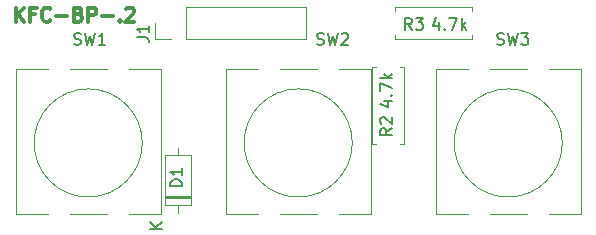
<source format=gbr>
G04 #@! TF.GenerationSoftware,KiCad,Pcbnew,(5.0.1)-4*
G04 #@! TF.CreationDate,2019-03-25T10:39:43-07:00*
G04 #@! TF.ProjectId,SysButtons,537973427574746F6E732E6B69636164,rev?*
G04 #@! TF.SameCoordinates,Original*
G04 #@! TF.FileFunction,Legend,Top*
G04 #@! TF.FilePolarity,Positive*
%FSLAX46Y46*%
G04 Gerber Fmt 4.6, Leading zero omitted, Abs format (unit mm)*
G04 Created by KiCad (PCBNEW (5.0.1)-4) date 3/25/2019 10:39:43 AM*
%MOMM*%
%LPD*%
G01*
G04 APERTURE LIST*
%ADD10C,0.300000*%
%ADD11C,0.120000*%
%ADD12C,0.150000*%
G04 APERTURE END LIST*
D10*
X121520571Y-47532857D02*
X121520571Y-46332857D01*
X122206285Y-47532857D02*
X121692000Y-46847142D01*
X122206285Y-46332857D02*
X121520571Y-47018571D01*
X123120571Y-46904285D02*
X122720571Y-46904285D01*
X122720571Y-47532857D02*
X122720571Y-46332857D01*
X123292000Y-46332857D01*
X124434857Y-47418571D02*
X124377714Y-47475714D01*
X124206285Y-47532857D01*
X124092000Y-47532857D01*
X123920571Y-47475714D01*
X123806285Y-47361428D01*
X123749142Y-47247142D01*
X123692000Y-47018571D01*
X123692000Y-46847142D01*
X123749142Y-46618571D01*
X123806285Y-46504285D01*
X123920571Y-46390000D01*
X124092000Y-46332857D01*
X124206285Y-46332857D01*
X124377714Y-46390000D01*
X124434857Y-46447142D01*
X124949142Y-47075714D02*
X125863428Y-47075714D01*
X126834857Y-46904285D02*
X127006285Y-46961428D01*
X127063428Y-47018571D01*
X127120571Y-47132857D01*
X127120571Y-47304285D01*
X127063428Y-47418571D01*
X127006285Y-47475714D01*
X126892000Y-47532857D01*
X126434857Y-47532857D01*
X126434857Y-46332857D01*
X126834857Y-46332857D01*
X126949142Y-46390000D01*
X127006285Y-46447142D01*
X127063428Y-46561428D01*
X127063428Y-46675714D01*
X127006285Y-46790000D01*
X126949142Y-46847142D01*
X126834857Y-46904285D01*
X126434857Y-46904285D01*
X127634857Y-47532857D02*
X127634857Y-46332857D01*
X128092000Y-46332857D01*
X128206285Y-46390000D01*
X128263428Y-46447142D01*
X128320571Y-46561428D01*
X128320571Y-46732857D01*
X128263428Y-46847142D01*
X128206285Y-46904285D01*
X128092000Y-46961428D01*
X127634857Y-46961428D01*
X128834857Y-47075714D02*
X129749142Y-47075714D01*
X130320571Y-47418571D02*
X130377714Y-47475714D01*
X130320571Y-47532857D01*
X130263428Y-47475714D01*
X130320571Y-47418571D01*
X130320571Y-47532857D01*
X130834857Y-46447142D02*
X130892000Y-46390000D01*
X131006285Y-46332857D01*
X131292000Y-46332857D01*
X131406285Y-46390000D01*
X131463428Y-46447142D01*
X131520571Y-46561428D01*
X131520571Y-46675714D01*
X131463428Y-46847142D01*
X130777714Y-47532857D01*
X131520571Y-47532857D01*
D11*
G04 #@! TO.C,D1*
X134135000Y-63080000D02*
X136375000Y-63080000D01*
X136375000Y-63080000D02*
X136375000Y-58840000D01*
X136375000Y-58840000D02*
X134135000Y-58840000D01*
X134135000Y-58840000D02*
X134135000Y-63080000D01*
X135255000Y-63730000D02*
X135255000Y-63080000D01*
X135255000Y-58190000D02*
X135255000Y-58840000D01*
X134135000Y-62360000D02*
X136375000Y-62360000D01*
X134135000Y-62240000D02*
X136375000Y-62240000D01*
X134135000Y-62480000D02*
X136375000Y-62480000D01*
G04 #@! TO.C,J1*
X146110000Y-48955000D02*
X146110000Y-46295000D01*
X135890000Y-48955000D02*
X146110000Y-48955000D01*
X135890000Y-46295000D02*
X146110000Y-46295000D01*
X135890000Y-48955000D02*
X135890000Y-46295000D01*
X134620000Y-48955000D02*
X133290000Y-48955000D01*
X133290000Y-48955000D02*
X133290000Y-47625000D01*
G04 #@! TO.C,R2*
X154405000Y-51340000D02*
X154075000Y-51340000D01*
X154405000Y-57880000D02*
X154405000Y-51340000D01*
X154075000Y-57880000D02*
X154405000Y-57880000D01*
X151665000Y-51340000D02*
X151995000Y-51340000D01*
X151665000Y-57880000D02*
X151665000Y-51340000D01*
X151995000Y-57880000D02*
X151665000Y-57880000D01*
G04 #@! TO.C,R3*
X153575000Y-46585000D02*
X153575000Y-46255000D01*
X153575000Y-46255000D02*
X160115000Y-46255000D01*
X160115000Y-46255000D02*
X160115000Y-46585000D01*
X153575000Y-48665000D02*
X153575000Y-48995000D01*
X153575000Y-48995000D02*
X160115000Y-48995000D01*
X160115000Y-48995000D02*
X160115000Y-48665000D01*
G04 #@! TO.C,SW1*
X133825000Y-51535000D02*
X133825000Y-63835000D01*
X129245000Y-63835000D02*
X126105000Y-63835000D01*
X121525000Y-63835000D02*
X121525000Y-51535000D01*
X131105000Y-51535000D02*
X133825000Y-51535000D01*
X132214050Y-57785000D02*
G75*
G03X132214050Y-57785000I-4579050J0D01*
G01*
X121525000Y-51535000D02*
X124245000Y-51535000D01*
X126105000Y-51535000D02*
X129245000Y-51535000D01*
X124245000Y-63835000D02*
X121525000Y-63835000D01*
X133825000Y-63835000D02*
X131105000Y-63835000D01*
G04 #@! TO.C,SW2*
X151605000Y-63835000D02*
X148885000Y-63835000D01*
X142025000Y-63835000D02*
X139305000Y-63835000D01*
X143885000Y-51535000D02*
X147025000Y-51535000D01*
X139305000Y-51535000D02*
X142025000Y-51535000D01*
X149994050Y-57785000D02*
G75*
G03X149994050Y-57785000I-4579050J0D01*
G01*
X148885000Y-51535000D02*
X151605000Y-51535000D01*
X139305000Y-63835000D02*
X139305000Y-51535000D01*
X147025000Y-63835000D02*
X143885000Y-63835000D01*
X151605000Y-51535000D02*
X151605000Y-63835000D01*
G04 #@! TO.C,SW3*
X169385000Y-51535000D02*
X169385000Y-63835000D01*
X164805000Y-63835000D02*
X161665000Y-63835000D01*
X157085000Y-63835000D02*
X157085000Y-51535000D01*
X166665000Y-51535000D02*
X169385000Y-51535000D01*
X167774050Y-57785000D02*
G75*
G03X167774050Y-57785000I-4579050J0D01*
G01*
X157085000Y-51535000D02*
X159805000Y-51535000D01*
X161665000Y-51535000D02*
X164805000Y-51535000D01*
X159805000Y-63835000D02*
X157085000Y-63835000D01*
X169385000Y-63835000D02*
X166665000Y-63835000D01*
G04 #@! TO.C,D1*
D12*
X135580380Y-61444095D02*
X134580380Y-61444095D01*
X134580380Y-61206000D01*
X134628000Y-61063142D01*
X134723238Y-60967904D01*
X134818476Y-60920285D01*
X135008952Y-60872666D01*
X135151809Y-60872666D01*
X135342285Y-60920285D01*
X135437523Y-60967904D01*
X135532761Y-61063142D01*
X135580380Y-61206000D01*
X135580380Y-61444095D01*
X135580380Y-59920285D02*
X135580380Y-60491714D01*
X135580380Y-60206000D02*
X134580380Y-60206000D01*
X134723238Y-60301238D01*
X134818476Y-60396476D01*
X134866095Y-60491714D01*
X133907380Y-65031904D02*
X132907380Y-65031904D01*
X133907380Y-64460476D02*
X133335952Y-64889047D01*
X132907380Y-64460476D02*
X133478809Y-65031904D01*
G04 #@! TO.C,J1*
X131742380Y-48847333D02*
X132456666Y-48847333D01*
X132599523Y-48894952D01*
X132694761Y-48990190D01*
X132742380Y-49133047D01*
X132742380Y-49228285D01*
X132742380Y-47847333D02*
X132742380Y-48418761D01*
X132742380Y-48133047D02*
X131742380Y-48133047D01*
X131885238Y-48228285D01*
X131980476Y-48323523D01*
X132028095Y-48418761D01*
G04 #@! TO.C,R2*
X153360380Y-56554666D02*
X152884190Y-56888000D01*
X153360380Y-57126095D02*
X152360380Y-57126095D01*
X152360380Y-56745142D01*
X152408000Y-56649904D01*
X152455619Y-56602285D01*
X152550857Y-56554666D01*
X152693714Y-56554666D01*
X152788952Y-56602285D01*
X152836571Y-56649904D01*
X152884190Y-56745142D01*
X152884190Y-57126095D01*
X152455619Y-56173714D02*
X152408000Y-56126095D01*
X152360380Y-56030857D01*
X152360380Y-55792761D01*
X152408000Y-55697523D01*
X152455619Y-55649904D01*
X152550857Y-55602285D01*
X152646095Y-55602285D01*
X152788952Y-55649904D01*
X153360380Y-56221333D01*
X153360380Y-55602285D01*
X152693714Y-54268571D02*
X153360380Y-54268571D01*
X152312761Y-54506666D02*
X153027047Y-54744761D01*
X153027047Y-54125714D01*
X153265142Y-53744761D02*
X153312761Y-53697142D01*
X153360380Y-53744761D01*
X153312761Y-53792380D01*
X153265142Y-53744761D01*
X153360380Y-53744761D01*
X152360380Y-53363809D02*
X152360380Y-52697142D01*
X153360380Y-53125714D01*
X153360380Y-52316190D02*
X152360380Y-52316190D01*
X152979428Y-52220952D02*
X153360380Y-51935238D01*
X152693714Y-51935238D02*
X153074666Y-52316190D01*
G04 #@! TO.C,R3*
X155027333Y-48204380D02*
X154694000Y-47728190D01*
X154455904Y-48204380D02*
X154455904Y-47204380D01*
X154836857Y-47204380D01*
X154932095Y-47252000D01*
X154979714Y-47299619D01*
X155027333Y-47394857D01*
X155027333Y-47537714D01*
X154979714Y-47632952D01*
X154932095Y-47680571D01*
X154836857Y-47728190D01*
X154455904Y-47728190D01*
X155360666Y-47204380D02*
X155979714Y-47204380D01*
X155646380Y-47585333D01*
X155789238Y-47585333D01*
X155884476Y-47632952D01*
X155932095Y-47680571D01*
X155979714Y-47775809D01*
X155979714Y-48013904D01*
X155932095Y-48109142D01*
X155884476Y-48156761D01*
X155789238Y-48204380D01*
X155503523Y-48204380D01*
X155408285Y-48156761D01*
X155360666Y-48109142D01*
X157313428Y-47537714D02*
X157313428Y-48204380D01*
X157075333Y-47156761D02*
X156837238Y-47871047D01*
X157456285Y-47871047D01*
X157837238Y-48109142D02*
X157884857Y-48156761D01*
X157837238Y-48204380D01*
X157789619Y-48156761D01*
X157837238Y-48109142D01*
X157837238Y-48204380D01*
X158218190Y-47204380D02*
X158884857Y-47204380D01*
X158456285Y-48204380D01*
X159265809Y-48204380D02*
X159265809Y-47204380D01*
X159361047Y-47823428D02*
X159646761Y-48204380D01*
X159646761Y-47537714D02*
X159265809Y-47918666D01*
G04 #@! TO.C,SW1*
X126428666Y-49426761D02*
X126571523Y-49474380D01*
X126809619Y-49474380D01*
X126904857Y-49426761D01*
X126952476Y-49379142D01*
X127000095Y-49283904D01*
X127000095Y-49188666D01*
X126952476Y-49093428D01*
X126904857Y-49045809D01*
X126809619Y-48998190D01*
X126619142Y-48950571D01*
X126523904Y-48902952D01*
X126476285Y-48855333D01*
X126428666Y-48760095D01*
X126428666Y-48664857D01*
X126476285Y-48569619D01*
X126523904Y-48522000D01*
X126619142Y-48474380D01*
X126857238Y-48474380D01*
X127000095Y-48522000D01*
X127333428Y-48474380D02*
X127571523Y-49474380D01*
X127762000Y-48760095D01*
X127952476Y-49474380D01*
X128190571Y-48474380D01*
X129095333Y-49474380D02*
X128523904Y-49474380D01*
X128809619Y-49474380D02*
X128809619Y-48474380D01*
X128714380Y-48617238D01*
X128619142Y-48712476D01*
X128523904Y-48760095D01*
G04 #@! TO.C,SW2*
X147002666Y-49426761D02*
X147145523Y-49474380D01*
X147383619Y-49474380D01*
X147478857Y-49426761D01*
X147526476Y-49379142D01*
X147574095Y-49283904D01*
X147574095Y-49188666D01*
X147526476Y-49093428D01*
X147478857Y-49045809D01*
X147383619Y-48998190D01*
X147193142Y-48950571D01*
X147097904Y-48902952D01*
X147050285Y-48855333D01*
X147002666Y-48760095D01*
X147002666Y-48664857D01*
X147050285Y-48569619D01*
X147097904Y-48522000D01*
X147193142Y-48474380D01*
X147431238Y-48474380D01*
X147574095Y-48522000D01*
X147907428Y-48474380D02*
X148145523Y-49474380D01*
X148336000Y-48760095D01*
X148526476Y-49474380D01*
X148764571Y-48474380D01*
X149097904Y-48569619D02*
X149145523Y-48522000D01*
X149240761Y-48474380D01*
X149478857Y-48474380D01*
X149574095Y-48522000D01*
X149621714Y-48569619D01*
X149669333Y-48664857D01*
X149669333Y-48760095D01*
X149621714Y-48902952D01*
X149050285Y-49474380D01*
X149669333Y-49474380D01*
G04 #@! TO.C,SW3*
X162242666Y-49426761D02*
X162385523Y-49474380D01*
X162623619Y-49474380D01*
X162718857Y-49426761D01*
X162766476Y-49379142D01*
X162814095Y-49283904D01*
X162814095Y-49188666D01*
X162766476Y-49093428D01*
X162718857Y-49045809D01*
X162623619Y-48998190D01*
X162433142Y-48950571D01*
X162337904Y-48902952D01*
X162290285Y-48855333D01*
X162242666Y-48760095D01*
X162242666Y-48664857D01*
X162290285Y-48569619D01*
X162337904Y-48522000D01*
X162433142Y-48474380D01*
X162671238Y-48474380D01*
X162814095Y-48522000D01*
X163147428Y-48474380D02*
X163385523Y-49474380D01*
X163576000Y-48760095D01*
X163766476Y-49474380D01*
X164004571Y-48474380D01*
X164290285Y-48474380D02*
X164909333Y-48474380D01*
X164576000Y-48855333D01*
X164718857Y-48855333D01*
X164814095Y-48902952D01*
X164861714Y-48950571D01*
X164909333Y-49045809D01*
X164909333Y-49283904D01*
X164861714Y-49379142D01*
X164814095Y-49426761D01*
X164718857Y-49474380D01*
X164433142Y-49474380D01*
X164337904Y-49426761D01*
X164290285Y-49379142D01*
G04 #@! TD*
M02*

</source>
